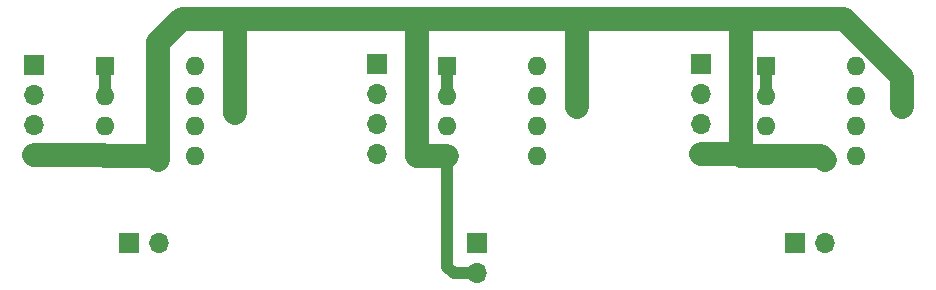
<source format=gbr>
%TF.GenerationSoftware,KiCad,Pcbnew,5.1.6-c6e7f7d~86~ubuntu16.04.1*%
%TF.CreationDate,2020-05-16T14:02:59+09:00*%
%TF.ProjectId,output.soil_monitor,6f757470-7574-42e7-936f-696c5f6d6f6e,rev?*%
%TF.SameCoordinates,Original*%
%TF.FileFunction,Copper,L2,Bot*%
%TF.FilePolarity,Positive*%
%FSLAX46Y46*%
G04 Gerber Fmt 4.6, Leading zero omitted, Abs format (unit mm)*
G04 Created by KiCad (PCBNEW 5.1.6-c6e7f7d~86~ubuntu16.04.1) date 2020-05-16 14:02:59*
%MOMM*%
%LPD*%
G01*
G04 APERTURE LIST*
%TA.AperFunction,ComponentPad*%
%ADD10O,1.600000X1.600000*%
%TD*%
%TA.AperFunction,ComponentPad*%
%ADD11R,1.600000X1.600000*%
%TD*%
%TA.AperFunction,ComponentPad*%
%ADD12O,1.700000X1.700000*%
%TD*%
%TA.AperFunction,ComponentPad*%
%ADD13R,1.700000X1.700000*%
%TD*%
%TA.AperFunction,ViaPad*%
%ADD14C,0.800000*%
%TD*%
%TA.AperFunction,Conductor*%
%ADD15C,1.000000*%
%TD*%
%TA.AperFunction,Conductor*%
%ADD16C,2.000000*%
%TD*%
G04 APERTURE END LIST*
D10*
%TO.P,U3,8*%
%TO.N,VCC*%
X172620000Y-28000000D03*
%TO.P,U3,4*%
%TO.N,GND*%
X165000000Y-35620000D03*
%TO.P,U3,7*%
%TO.N,Net-(U3-Pad7)*%
X172620000Y-30540000D03*
%TO.P,U3,3*%
%TO.N,/P3*%
X165000000Y-33080000D03*
%TO.P,U3,6*%
%TO.N,Net-(NT6-Pad2)*%
X172620000Y-33080000D03*
%TO.P,U3,2*%
%TO.N,Net-(J6-Pad2)*%
X165000000Y-30540000D03*
%TO.P,U3,5*%
%TO.N,Net-(NT5-Pad2)*%
X172620000Y-35620000D03*
D11*
%TO.P,U3,1*%
%TO.N,Net-(J6-Pad2)*%
X165000000Y-28000000D03*
%TD*%
D12*
%TO.P,J6,4*%
%TO.N,GND*%
X159500000Y-35470000D03*
%TO.P,J6,3*%
%TO.N,/P3*%
X159500000Y-32930000D03*
%TO.P,J6,2*%
%TO.N,Net-(J6-Pad2)*%
X159500000Y-30390000D03*
D13*
%TO.P,J6,1*%
%TO.N,VCC*%
X159500000Y-27850000D03*
%TD*%
D10*
%TO.P,U2,8*%
%TO.N,VCC*%
X145620000Y-28000000D03*
%TO.P,U2,4*%
%TO.N,GND*%
X138000000Y-35620000D03*
%TO.P,U2,7*%
%TO.N,Net-(U2-Pad7)*%
X145620000Y-30540000D03*
%TO.P,U2,3*%
%TO.N,/P2*%
X138000000Y-33080000D03*
%TO.P,U2,6*%
%TO.N,Net-(NT4-Pad2)*%
X145620000Y-33080000D03*
%TO.P,U2,2*%
%TO.N,Net-(J5-Pad2)*%
X138000000Y-30540000D03*
%TO.P,U2,5*%
%TO.N,Net-(NT3-Pad2)*%
X145620000Y-35620000D03*
D11*
%TO.P,U2,1*%
%TO.N,Net-(J5-Pad2)*%
X138000000Y-28000000D03*
%TD*%
D12*
%TO.P,J5,4*%
%TO.N,GND*%
X132000000Y-35470000D03*
%TO.P,J5,3*%
%TO.N,/P2*%
X132000000Y-32930000D03*
%TO.P,J5,2*%
%TO.N,Net-(J5-Pad2)*%
X132000000Y-30390000D03*
D13*
%TO.P,J5,1*%
%TO.N,VCC*%
X132000000Y-27850000D03*
%TD*%
D12*
%TO.P,J4,4*%
%TO.N,GND*%
X103000000Y-35540000D03*
%TO.P,J4,3*%
%TO.N,/P*%
X103000000Y-33000000D03*
%TO.P,J4,2*%
%TO.N,Net-(J4-Pad2)*%
X103000000Y-30460000D03*
D13*
%TO.P,J4,1*%
%TO.N,VCC*%
X103000000Y-27920000D03*
%TD*%
D10*
%TO.P,U1,8*%
%TO.N,VCC*%
X116620000Y-28000000D03*
%TO.P,U1,4*%
%TO.N,GND*%
X109000000Y-35620000D03*
%TO.P,U1,7*%
%TO.N,Net-(U1-Pad7)*%
X116620000Y-30540000D03*
%TO.P,U1,3*%
%TO.N,/P*%
X109000000Y-33080000D03*
%TO.P,U1,6*%
%TO.N,Net-(NT2-Pad2)*%
X116620000Y-33080000D03*
%TO.P,U1,2*%
%TO.N,Net-(J4-Pad2)*%
X109000000Y-30540000D03*
%TO.P,U1,5*%
%TO.N,Net-(NT1-Pad2)*%
X116620000Y-35620000D03*
D11*
%TO.P,U1,1*%
%TO.N,Net-(J4-Pad2)*%
X109000000Y-28000000D03*
%TD*%
D12*
%TO.P,J3,2*%
%TO.N,GND*%
X170000000Y-43000000D03*
D13*
%TO.P,J3,1*%
%TO.N,/P3*%
X167460000Y-43000000D03*
%TD*%
D12*
%TO.P,J2,2*%
%TO.N,GND*%
X140500000Y-45540000D03*
D13*
%TO.P,J2,1*%
%TO.N,/P2*%
X140500000Y-43000000D03*
%TD*%
D12*
%TO.P,J1,2*%
%TO.N,GND*%
X113540000Y-43000000D03*
D13*
%TO.P,J1,1*%
%TO.N,/P*%
X111000000Y-43000000D03*
%TD*%
D14*
%TO.N,GND*%
X120000000Y-32000000D03*
X113500000Y-36000000D03*
X149000000Y-31500000D03*
X176500000Y-31500000D03*
X170000000Y-36000000D03*
%TD*%
D15*
%TO.N,GND*%
X140500000Y-45540000D02*
X138540000Y-45540000D01*
X138000000Y-45000000D02*
X138000000Y-35620000D01*
X138540000Y-45540000D02*
X138000000Y-45000000D01*
D16*
X108920000Y-35540000D02*
X109000000Y-35620000D01*
X103000000Y-35540000D02*
X108920000Y-35540000D01*
X113120000Y-35620000D02*
X113500000Y-36000000D01*
X109000000Y-35620000D02*
X113120000Y-35620000D01*
X176500000Y-28919998D02*
X176500000Y-31500000D01*
X171580002Y-24000000D02*
X176500000Y-28919998D01*
X149000000Y-31500000D02*
X149000000Y-24000000D01*
X149000000Y-24000000D02*
X156500000Y-24000000D01*
X135380000Y-24380000D02*
X135000000Y-24000000D01*
X135380000Y-35620000D02*
X135380000Y-24380000D01*
X138000000Y-35620000D02*
X135380000Y-35620000D01*
X135000000Y-24000000D02*
X149000000Y-24000000D01*
X162880000Y-24380000D02*
X162500000Y-24000000D01*
X162880000Y-35620000D02*
X162880000Y-24380000D01*
X165000000Y-35620000D02*
X162880000Y-35620000D01*
X162500000Y-24000000D02*
X171580002Y-24000000D01*
X156500000Y-24000000D02*
X162500000Y-24000000D01*
X165000000Y-35620000D02*
X169620000Y-35620000D01*
X169620000Y-35620000D02*
X170000000Y-36000000D01*
X120000000Y-28419998D02*
X120000000Y-24000000D01*
X120000000Y-32000000D02*
X120000000Y-28419998D01*
X120000000Y-24000000D02*
X135000000Y-24000000D01*
X115500000Y-24000000D02*
X120000000Y-24000000D01*
X113500000Y-26000000D02*
X115500000Y-24000000D01*
X113500000Y-36000000D02*
X113500000Y-26000000D01*
X162730000Y-35470000D02*
X162880000Y-35620000D01*
X159500000Y-35470000D02*
X162730000Y-35470000D01*
D15*
%TO.N,Net-(J4-Pad2)*%
X109000000Y-28000000D02*
X109000000Y-30540000D01*
%TO.N,Net-(J5-Pad2)*%
X138000000Y-30540000D02*
X138000000Y-28000000D01*
%TO.N,Net-(J6-Pad2)*%
X165000000Y-30540000D02*
X165000000Y-28000000D01*
%TD*%
M02*

</source>
